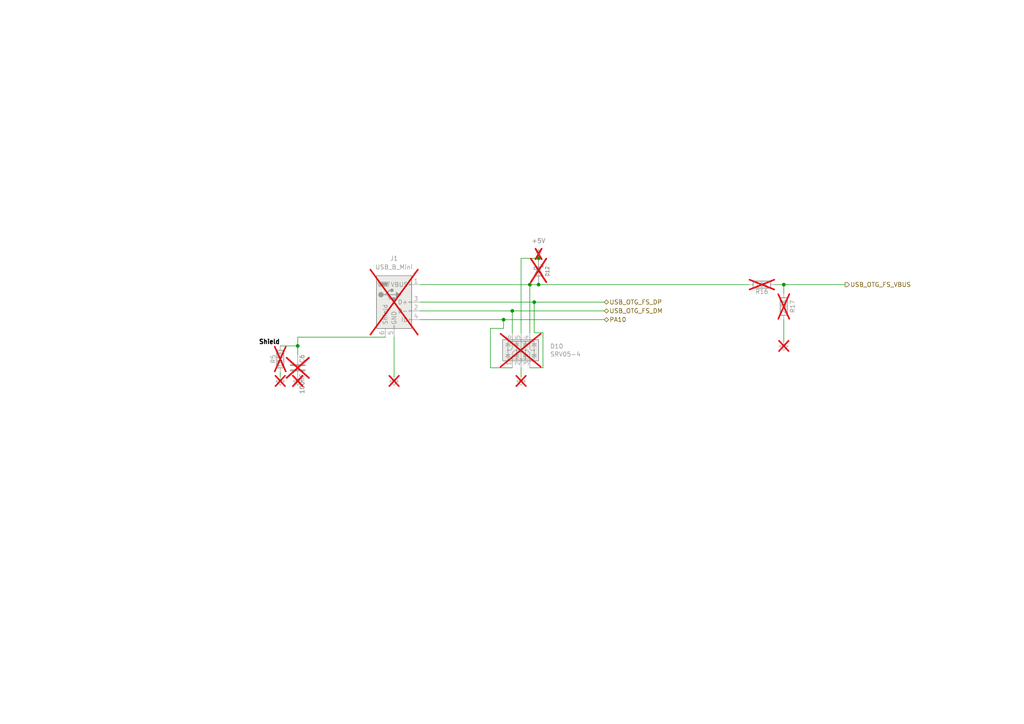
<source format=kicad_sch>
(kicad_sch (version 20250114) (generator "eeschema") (generator_version "9.0")
  (paper "A4")
  (lib_symbols
    (symbol "Connector:USB_B_Mini" (pin_names (offset 1.016))
      (property "Reference" "J" (at -5.08 11.43 0))
      (property "Value" "USB_B_Mini" (at -5.08 8.89 0))
      (symbol "USB_B_Mini_0_1"
        (rectangle (start -5.08 -7.62) (end 5.08 7.62) (stroke (width 0.254)) (fill (type background)))
        (polyline (pts (xy -4.699 5.842) (xy -4.699 5.588) (xy -4.445 4.826) (xy -4.445 4.572) (xy -1.651 4.572) (xy -1.651 4.826) (xy -1.397 5.588) (xy -1.397 5.842) (xy -4.699 5.842)))
        (polyline (pts (xy -4.318 5.588) (xy -1.778 5.588) (xy -2.032 4.826) (xy -4.064 4.826) (xy -4.318 5.588)) (fill (type outline)))
        (circle (center -3.81 2.159) (radius 0.635) (stroke (width 0.254)) (fill (type outline)))
        (polyline (pts (xy -3.175 2.159) (xy -2.54 2.159) (xy -1.27 3.429) (xy -0.635 3.429)) (stroke (width 0.254)))
        (polyline (pts (xy -2.54 2.159) (xy -1.905 2.159) (xy -1.27 0.889) (xy 0 0.889)) (stroke (width 0.254)))
        (polyline (pts (xy -1.905 2.159) (xy 0.635 2.159)) (stroke (width 0.254)))
        (circle (center -0.635 3.429) (radius 0.381) (stroke (width 0.254)) (fill (type outline)))
        (rectangle (start -0.127 -7.62) (end 0.127 -6.858))
        (rectangle (start 0.254 1.27) (end -0.508 0.508) (stroke (width 0.254)) (fill (type outline)))
        (polyline (pts (xy 0.635 2.794) (xy 0.635 1.524) (xy 1.905 2.159) (xy 0.635 2.794)) (stroke (width 0.254)) (fill (type outline)))
        (rectangle (start 5.08 4.953) (end 4.318 5.207))
        (rectangle (start 5.08 -0.127) (end 4.318 0.127))
        (rectangle (start 5.08 -2.667) (end 4.318 -2.413))
        (rectangle (start 5.08 -5.207) (end 4.318 -4.953))
      )
      (symbol "USB_B_Mini_1_1"
        (pin passive line (at -2.54 -10.16 90) (length 2.54) (name "Shield") (number "6"))
        (pin power_out line (at 0 -10.16 90) (length 2.54) (name "GND") (number "5"))
        (pin power_out line (at 7.62 5.08 180) (length 2.54) (name "VBUS") (number "1"))
        (pin bidirectional line (at 7.62 0 180) (length 2.54) (name "D+") (number "3"))
        (pin bidirectional line (at 7.62 -2.54 180) (length 2.54) (name "D-") (number "2"))
        (pin passive line (at 7.62 -5.08 180) (length 2.54) (name "ID") (number "4"))
      )
    )
    (symbol "Device:C" (pin_numbers (hide yes)) (pin_names (offset 0.254))
      (property "Reference" "C" (at 0.635 2.54 0))
      (property "Value" "C" (at 0.635 -2.54 0))
      (symbol "C_0_1"
        (polyline (pts (xy -2.032 0.762) (xy 2.032 0.762)) (stroke (width 0.508)))
        (polyline (pts (xy -2.032 -0.762) (xy 2.032 -0.762)) (stroke (width 0.508)))
      )
      (symbol "C_1_1"
        (pin passive line (at 0 3.81 270) (length 2.794) (name "~") (number "1"))
        (pin passive line (at 0 -3.81 90) (length 2.794) (name "~") (number "2"))
      )
    )
    (symbol "Device:R" (pin_numbers (hide yes)) (pin_names (offset 0))
      (property "Reference" "R" (at 2.032 0 90))
      (property "Value" "R" (at 0 0 90))
      (symbol "R_0_1"
        (rectangle (start -1.016 -2.54) (end 1.016 2.54) (stroke (width 0.254)))
      )
      (symbol "R_1_1"
        (pin passive line (at 0 3.81 270) (length 1.27) (name "~") (number "1"))
        (pin passive line (at 0 -3.81 90) (length 1.27) (name "~") (number "2"))
      )
    )
    (symbol "dnt_global:D_Schottky_-_B5819W" (pin_numbers (hide yes)) (pin_names (offset 1.016) (hide yes))
      (property "Reference" "D12" (at 0 2.54 0))
      (symbol "D_Schottky_-_B5819W_0_1"
        (polyline (pts (xy -1.905 0.635) (xy -1.905 1.27) (xy -1.27 1.27) (xy -1.27 -1.27) (xy -0.635 -1.27) (xy -0.635 -0.635)) (stroke (width 0.254)))
        (polyline (pts (xy 1.27 1.27) (xy 1.27 -1.27) (xy -1.27 0) (xy 1.27 1.27)) (stroke (width 0.254)))
        (polyline (pts (xy 1.27 0) (xy -1.27 0)))
      )
      (symbol "D_Schottky_-_B5819W_1_1"
        (pin passive line (at -3.81 0 0) (length 2.54) (name "K") (number "1"))
        (pin passive line (at 3.81 0 180) (length 2.54) (name "A") (number "2"))
      )
    )
    (symbol "dnt_global:NUP4202"
      (property "Reference" "D10" (at 8.382 1.1684 0))
      (property "Value" "SRV05-4" (at 8.382 -1.143 0))
      (symbol "NUP4202_0_1"
        (rectangle (start -5.334 3.048) (end 5.08 -3.048) (stroke (width 0.254)) (fill (type background)))
        (polyline (pts (xy -4.445 1.905) (xy -3.175 1.905)))
        (polyline (pts (xy -4.445 1.27) (xy -3.175 1.27) (xy -3.81 1.905) (xy -4.445 1.27)))
        (polyline (pts (xy -4.445 -1.27) (xy -3.175 -1.27)))
        (polyline (pts (xy -4.445 -1.27) (xy -3.175 -1.27)))
        (polyline (pts (xy -4.445 -1.905) (xy -3.175 -1.905) (xy -3.81 -1.27) (xy -4.445 -1.905)))
        (polyline (pts (xy -3.81 2.54) (xy 3.81 2.54)))
        (polyline (pts (xy -3.81 2.54) (xy 3.81 2.54)))
        (polyline (pts (xy -3.81 0.635) (xy -3.81 2.54)))
        (circle (center -3.81 0) (radius 0.127))
        (circle (center -3.81 0) (radius 0.127))
        (polyline (pts (xy -3.81 -0.635) (xy -3.81 0.635)))
        (polyline (pts (xy -3.81 -2.54) (xy -3.81 -0.635)))
        (polyline (pts (xy -3.81 -2.54) (xy 3.81 -2.54)))
        (polyline (pts (xy -2.54 3.81) (xy -2.54 0.635) (xy -3.048 0) (xy -3.937 0)))
        (polyline (pts (xy -2.54 -3.81) (xy -2.54 -0.762) (xy -1.905 0) (xy -1.27 0)))
        (polyline (pts (xy -1.905 1.905) (xy -0.635 1.905)))
        (polyline (pts (xy -1.905 1.27) (xy -0.635 1.27) (xy -1.27 1.905) (xy -1.905 1.27)))
        (polyline (pts (xy -1.905 -1.27) (xy -0.635 -1.27)))
        (polyline (pts (xy -1.905 -1.27) (xy -0.635 -1.27)))
        (polyline (pts (xy -1.905 -1.905) (xy -0.635 -1.905) (xy -1.27 -1.27) (xy -1.905 -1.905)))
        (circle (center -1.27 2.54) (radius 0.127))
        (circle (center -1.27 2.54) (radius 0.127))
        (polyline (pts (xy -1.27 0.635) (xy -1.27 2.54)))
        (polyline (pts (xy -1.27 0.635) (xy -1.27 -0.635)))
        (circle (center -1.27 0) (radius 0.127))
        (circle (center -1.27 0) (radius 0.127))
        (circle (center -1.27 -2.54) (radius 0.127))
        (circle (center -1.27 -2.54) (radius 0.127))
        (polyline (pts (xy -1.27 -2.54) (xy -1.27 -0.635)))
        (polyline (pts (xy -1.27 -2.54) (xy -1.27 -0.635)))
        (polyline (pts (xy -0.762 -0.508) (xy 0.762 -0.508) (xy 0 0.254) (xy -0.762 -0.508)))
        (polyline (pts (xy -0.762 -0.508) (xy 0.762 -0.508) (xy 0 0.254) (xy -0.762 -0.508)))
        (circle (center 0 2.54) (radius 0.127))
        (circle (center 0 2.54) (radius 0.127))
        (polyline (pts (xy 0 1.016) (xy 0 3.81)))
        (polyline (pts (xy 0 -0.889) (xy 0 1.016)))
        (polyline (pts (xy 0 -0.889) (xy 0 1.016)))
        (polyline (pts (xy 0 -0.889) (xy 0 -3.81)))
        (circle (center 0 -2.54) (radius 0.127))
        (circle (center 0 -2.54) (radius 0.127))
        (polyline (pts (xy 0.635 1.905) (xy 1.905 1.905)))
        (polyline (pts (xy 0.635 1.27) (xy 1.905 1.27) (xy 1.27 1.905) (xy 0.635 1.27)))
        (polyline (pts (xy 0.635 -1.27) (xy 1.905 -1.27)))
        (polyline (pts (xy 0.635 -1.27) (xy 1.905 -1.27)))
        (polyline (pts (xy 0.635 -1.905) (xy 1.905 -1.905) (xy 1.27 -1.27) (xy 0.635 -1.905)))
        (polyline (pts (xy 0.762 0.254) (xy -0.762 0.254) (xy -0.762 0)))
        (circle (center 1.27 2.54) (radius 0.127))
        (circle (center 1.27 2.54) (radius 0.127))
        (polyline (pts (xy 1.27 0.635) (xy 1.27 2.54)))
        (polyline (pts (xy 1.27 0.635) (xy 1.27 -0.635)))
        (circle (center 1.27 0) (radius 0.127))
        (circle (center 1.27 0) (radius 0.127))
        (polyline (pts (xy 1.27 -2.54) (xy 1.27 -0.635)))
        (polyline (pts (xy 1.27 -2.54) (xy 1.27 -0.635)))
        (circle (center 1.27 -2.54) (radius 0.127))
        (circle (center 1.27 -2.54) (radius 0.127))
        (polyline (pts (xy 2.54 3.81) (xy 2.54 0.508) (xy 2.921 0) (xy 3.81 0)))
        (polyline (pts (xy 2.54 -3.81) (xy 2.54 -0.762) (xy 1.905 0) (xy 1.143 0)))
        (polyline (pts (xy 3.175 1.905) (xy 4.445 1.905)))
        (polyline (pts (xy 3.175 1.27) (xy 4.445 1.27) (xy 3.81 1.905) (xy 3.175 1.27)))
        (polyline (pts (xy 3.175 -1.27) (xy 4.445 -1.27)))
        (polyline (pts (xy 3.175 -1.27) (xy 4.445 -1.27)))
        (polyline (pts (xy 3.175 -1.905) (xy 4.445 -1.905) (xy 3.81 -1.27) (xy 3.175 -1.905)))
        (polyline (pts (xy 3.81 0.635) (xy 3.81 2.54)))
        (polyline (pts (xy 3.81 0.635) (xy 3.81 -0.635)))
        (circle (center 3.81 0) (radius 0.127))
        (circle (center 3.81 0) (radius 0.127))
        (polyline (pts (xy 3.81 -2.54) (xy 3.81 -0.635)))
      )
      (symbol "NUP4202_1_1"
        (pin passive line (at -2.54 5.08 270) (length 2.54) (name "~") (number "6"))
        (pin passive line (at -2.54 -5.08 90) (length 2.54) (name "~") (number "1"))
        (pin passive line (at 0 5.08 270) (length 2.54) (name "~") (number "5"))
        (pin passive line (at 0 -5.08 90) (length 2.54) (name "~") (number "2"))
        (pin passive line (at 2.54 5.08 270) (length 2.54) (name "~") (number "4"))
        (pin passive line (at 2.54 -5.08 90) (length 2.54) (name "~") (number "3"))
      )
    )
    (symbol "power:+5V" (power) (pin_numbers (hide yes)) (pin_names (offset 0) (hide yes))
      (property "Value" "+5V" (at 0 3.556 0))
      (symbol "+5V_0_1"
        (polyline (pts (xy -0.762 1.27) (xy 0 2.54)))
        (polyline (pts (xy 0 2.54) (xy 0.762 1.27)))
        (polyline (pts (xy 0 0) (xy 0 2.54)))
      )
      (symbol "+5V_1_1"
        (pin power_in line (at 0 0 90) (length 0) (name "~") (number "1"))
      )
    )
    (symbol "power:GND" (power) (pin_numbers (hide yes)) (pin_names (offset 0) (hide yes))
      (property "Value" "GND" (at 0 -3.81 0))
      (symbol "GND_0_1"
        (polyline (pts (xy 0 0) (xy 0 -1.27) (xy 1.27 -1.27) (xy 0 -2.54) (xy -1.27 -1.27) (xy 0 -1.27)))
      )
      (symbol "GND_1_1"
        (pin power_in line (at 0 0 270) (length 0) (name "~") (number "1"))
      )
    )
  )
  (junction (at 153.67 82.55))
  (junction (at 227.33 82.55))
  (junction (at 146.05 92.71))
  (junction (at 156.21 82.55))
  (junction (at 156.21 74.93))
  (junction (at 86.36 100.33))
  (junction (at 154.94 87.63))
  (junction (at 148.59 90.17))
  (wire (pts (xy 224.79 82.55) (xy 227.33 82.55)))
  (wire (pts (xy 114.3 97.79) (xy 114.3 109.22)))
  (wire (pts (xy 151.13 96.52) (xy 151.13 74.93)))
  (wire (pts (xy 121.92 82.55) (xy 153.67 82.55)))
  (wire (pts (xy 121.92 87.63) (xy 154.94 87.63)))
  (wire (pts (xy 148.59 90.17) (xy 175.26 90.17)))
  (wire (pts (xy 153.67 106.68) (xy 157.48 106.68)))
  (wire (pts (xy 146.05 95.25) (xy 142.24 95.25)))
  (wire (pts (xy 148.59 90.17) (xy 148.59 96.52)))
  (wire (pts (xy 86.36 109.22) (xy 86.36 110.49)))
  (wire (pts (xy 151.13 109.22) (xy 151.13 106.68)))
  (wire (pts (xy 146.05 95.25) (xy 146.05 92.71)))
  (wire (pts (xy 86.36 97.79) (xy 86.36 100.33)))
  (wire (pts (xy 81.28 100.33) (xy 86.36 100.33)))
  (wire (pts (xy 153.67 82.55) (xy 153.67 96.52)))
  (wire (pts (xy 151.13 74.93) (xy 156.21 74.93)))
  (wire (pts (xy 142.24 95.25) (xy 142.24 106.68)))
  (wire (pts (xy 86.36 97.79) (xy 111.76 97.79)))
  (wire (pts (xy 154.94 87.63) (xy 175.26 87.63)))
  (wire (pts (xy 153.67 82.55) (xy 156.21 82.55)))
  (wire (pts (xy 157.48 106.68) (xy 157.48 96.52)))
  (wire (pts (xy 142.24 106.68) (xy 148.59 106.68)))
  (wire (pts (xy 227.33 82.55) (xy 245.11 82.55)))
  (wire (pts (xy 81.28 109.22) (xy 81.28 107.95)))
  (wire (pts (xy 86.36 100.33) (xy 86.36 102.87)))
  (wire (pts (xy 121.92 90.17) (xy 148.59 90.17)))
  (wire (pts (xy 227.33 99.06) (xy 227.33 92.71)))
  (wire (pts (xy 154.94 96.52) (xy 157.48 96.52)))
  (wire (pts (xy 227.33 82.55) (xy 227.33 85.09)))
  (wire (pts (xy 146.05 92.71) (xy 175.26 92.71)))
  (wire (pts (xy 217.17 82.55) (xy 156.21 82.55)))
  (wire (pts (xy 154.94 87.63) (xy 154.94 96.52)))
  (wire (pts (xy 121.92 92.71) (xy 146.05 92.71)))
  (label "Shield" (at 81.28 100.33 180) (effects (font (thickness 0.3048) (bold yes))))
  (hierarchical_label "USB_OTG_FS_VBUS" (shape output) (at 245.11 82.55 0))
  (hierarchical_label "USB_OTG_FS_DM" (shape bidirectional) (at 175.26 90.17 0))
  (hierarchical_label "PA10" (shape bidirectional) (at 175.26 92.71 0))
  (hierarchical_label "USB_OTG_FS_DP" (shape bidirectional) (at 175.26 87.63 0))
  (symbol (lib_id "Device:C") (at 86.36 106.68 0) (unit 1) (in_bom no) (on_board no) (dnp yes)
    (property "Reference" "C6" (at 87.63 105.41 90) (effects (justify left)))
    (property "Value" "100nF" (at 87.63 114.3 90) (effects (justify left)))
    (property "Footprint" "Capacitor_SMD:C_0603_1608Metric" (effects (hide yes)))
    (property "Description" "50V 100nF X7R ±10% 0603 Multilayer Ceramic Capacitors MLCC - SMD/SMT ROHS" (effects (hide yes)))
    (property "LCSC" "C14663" (effects (hide yes)))
  )
  (symbol (lib_id "power:GND") (at 114.3 109.22 0) (unit 1) (in_bom no) (on_board no) (dnp yes)
    (property "Reference" "#PWR013" (effects (hide yes)))
    (property "Value" "GND" (effects (hide yes)))
    (property "Description" "Power symbol creates a global label with name \"GND\" , ground" (effects (hide yes)))
  )
  (symbol (lib_id "dnt_global:D_Schottky_-_B5819W") (at 156.21 78.74 270) (unit 1) (in_bom no) (on_board no) (dnp yes)
    (property "Reference" "D12" (at 158.75 78.74 0) (effects (font (size 1.016 1.016))))
    (property "Value" "B5819W" (effects (hide yes)))
    (property "Footprint" "Diode_SMD:D_SOD-123" (effects (hide yes)))
    (property "Description" "Schottky diode" (effects (hide yes)))
    (property "LCSC" "C8598" (effects (hide yes)))
    (property "JLCPCB Rotation Offset" "0" (effects (hide yes)))
  )
  (symbol (lib_id "dnt_global:NUP4202") (at 151.13 101.6 0) (unit 1) (in_bom no) (on_board no) (dnp yes)
    (property "Reference" "D10" (at 159.512 100.4316 0) (effects (justify left)))
    (property "Value" "SRV05-4" (at 159.512 102.743 0) (effects (justify left)))
    (property "Footprint" "Package_TO_SOT_SMD:SOT-23-6" (effects (hide yes)))
    (property "Description" "4.5A@8/20us 12V 60W@8/20us 9V SOT-23-6 TVS Diodes ROHS" (effects (hide yes)))
    (property "LCSC" "C2836319" (effects (hide yes)))
    (property "JLCPCB Rotation Offset" "90" (effects (hide yes)))
  )
  (symbol (lib_id "power:GND") (at 81.28 109.22 0) (unit 1) (in_bom no) (on_board no) (dnp yes)
    (property "Reference" "#PWR022" (effects (hide yes)))
    (property "Value" "GND" (effects (hide yes)))
    (property "Description" "Power symbol creates a global label with name \"GND\" , ground" (effects (hide yes)))
  )
  (symbol (lib_id "Device:R") (at 81.28 104.14 0) (mirror y) (unit 1) (in_bom no) (on_board no) (dnp yes)
    (property "Reference" "R5" (at 79.248 104.14 90))
    (property "Value" "100K" (at 81.28 104.14 90))
    (property "Footprint" "Resistor_SMD:R_0603_1608Metric" (effects (hide yes)))
    (property "Description" "Resistor" (effects (hide yes)))
    (property "LCSC" "C25803" (effects (hide yes)))
  )
  (symbol (lib_id "power:+5V") (at 156.21 74.93 0) (unit 1) (in_bom no) (on_board no) (dnp yes)
    (property "Reference" "#PWR043" (effects (hide yes)))
    (property "Value" "+5V" (at 156.21 69.85 0))
    (property "Description" "Power symbol creates a global label with name \"+5V\"" (effects (hide yes)))
  )
  (symbol (lib_id "Device:R") (at 220.98 82.55 90) (mirror x) (unit 1) (in_bom no) (on_board no) (dnp yes)
    (property "Reference" "R16" (at 220.98 84.582 90))
    (property "Value" "10K" (at 220.98 82.55 90))
    (property "Footprint" "Resistor_SMD:R_0603_1608Metric" (effects (hide yes)))
    (property "Description" "Resistor" (effects (hide yes)))
    (property "LCSC" "C25804" (effects (hide yes)))
  )
  (symbol (lib_id "power:GND") (at 86.36 109.22 0) (unit 1) (in_bom no) (on_board no) (dnp yes)
    (property "Reference" "#PWR027" (effects (hide yes)))
    (property "Value" "GND" (effects (hide yes)))
    (property "Description" "Power symbol creates a global label with name \"GND\" , ground" (effects (hide yes)))
  )
  (symbol (lib_id "Device:R") (at 227.33 88.9 0) (mirror x) (unit 1) (in_bom no) (on_board no) (dnp yes)
    (property "Reference" "R17" (at 229.87 88.9 90))
    (property "Value" "2.2K" (at 227.33 88.9 90))
    (property "Footprint" "Resistor_SMD:R_0603_1608Metric" (effects (hide yes)))
    (property "Description" "Resistor" (effects (hide yes)))
    (property "LCSC" "C4190" (effects (hide yes)))
  )
  (symbol (lib_id "power:GND") (at 151.13 109.22 0) (unit 1) (in_bom no) (on_board no) (dnp yes)
    (property "Reference" "#PWR042" (effects (hide yes)))
    (property "Value" "GND" (effects (hide yes)))
    (property "Description" "Power symbol creates a global label with name \"GND\" , ground" (effects (hide yes)))
  )
  (symbol (lib_id "Connector:USB_B_Mini") (at 114.3 87.63 0) (unit 1) (in_bom no) (on_board no) (dnp yes)
    (property "Reference" "J1" (at 114.3 74.93 0))
    (property "Value" "USB_B_Mini" (at 114.3 77.47 0))
    (property "Footprint" "dnt:USB-MINI-B-VERTICAL" (effects (hide yes)))
    (property "Description" "USB Mini Type B connector" (effects (hide yes)))
    (property "LCSC" "C13453" (effects (hide yes)))
  )
  (symbol (lib_id "power:GND") (at 227.33 99.06 0) (unit 1) (in_bom no) (on_board no) (dnp yes)
    (property "Reference" "#PWR044" (effects (hide yes)))
    (property "Value" "GND" (effects (hide yes)))
    (property "Description" "Power symbol creates a global label with name \"GND\" , ground" (effects (hide yes)))
  )
)
</source>
